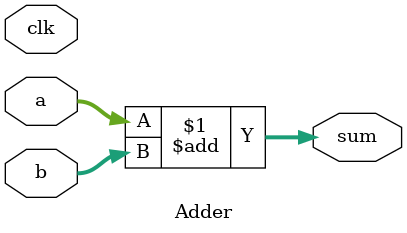
<source format=v>
module Adder (
    input wire clk,
    input [31:0] a,
    input [31:0] b,
    output [31:0] sum
);
    assign sum = a + b;
endmodule
</source>
